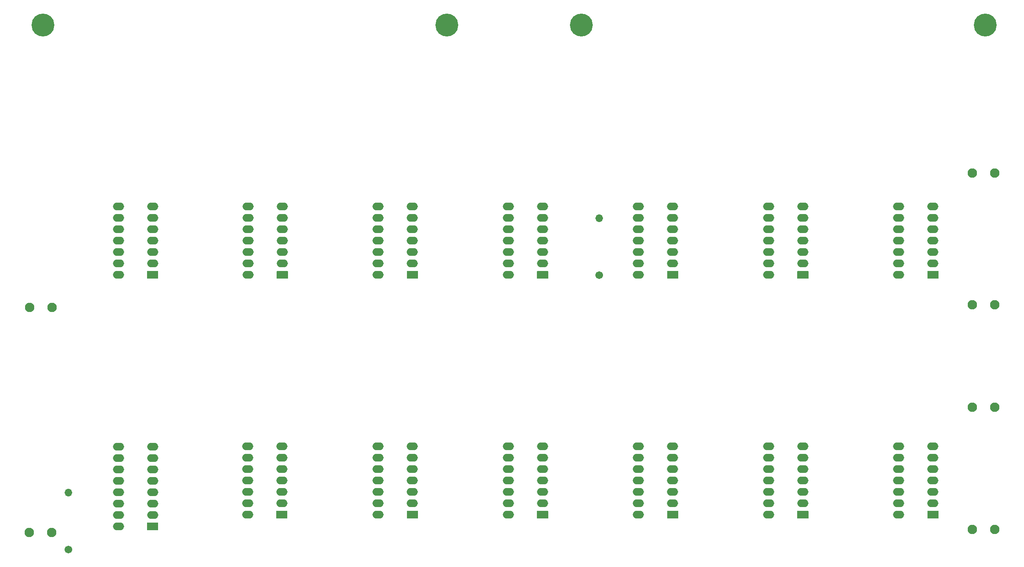
<source format=gbr>
G04 #@! TF.GenerationSoftware,KiCad,Pcbnew,(5.1.10-1-10_14)*
G04 #@! TF.CreationDate,2022-02-06T21:24:09+11:00*
G04 #@! TF.ProjectId,educ 8 decoder,65647563-2038-4206-9465-636f6465722e,rev?*
G04 #@! TF.SameCoordinates,Original*
G04 #@! TF.FileFunction,Soldermask,Top*
G04 #@! TF.FilePolarity,Negative*
%FSLAX46Y46*%
G04 Gerber Fmt 4.6, Leading zero omitted, Abs format (unit mm)*
G04 Created by KiCad (PCBNEW (5.1.10-1-10_14)) date 2022-02-06 21:24:09*
%MOMM*%
%LPD*%
G01*
G04 APERTURE LIST*
%ADD10C,5.102000*%
%ADD11O,2.502000X1.702000*%
%ADD12O,1.702000X1.702000*%
%ADD13C,1.702000*%
%ADD14C,2.102000*%
G04 APERTURE END LIST*
D10*
X265000000Y-93000000D03*
X175000000Y-93000000D03*
X145000000Y-93000000D03*
X55000000Y-93000000D03*
D11*
X129700000Y-148740000D03*
X137320000Y-133500000D03*
X129700000Y-146200000D03*
X137320000Y-136040000D03*
X129700000Y-143660000D03*
X137320000Y-138580000D03*
X129700000Y-141120000D03*
X137320000Y-141120000D03*
X129700000Y-138580000D03*
X137320000Y-143660000D03*
X129700000Y-136040000D03*
X137320000Y-146200000D03*
X129700000Y-133500000D03*
G36*
G01*
X138571000Y-147940000D02*
X138571000Y-149540000D01*
G75*
G02*
X138520000Y-149591000I-51000J0D01*
G01*
X136120000Y-149591000D01*
G75*
G02*
X136069000Y-149540000I0J51000D01*
G01*
X136069000Y-147940000D01*
G75*
G02*
X136120000Y-147889000I51000J0D01*
G01*
X138520000Y-147889000D01*
G75*
G02*
X138571000Y-147940000I0J-51000D01*
G01*
G37*
D12*
X60626800Y-197342000D03*
D13*
X60626800Y-210042000D03*
D11*
X100700000Y-148740000D03*
X108320000Y-133500000D03*
X100700000Y-146200000D03*
X108320000Y-136040000D03*
X100700000Y-143660000D03*
X108320000Y-138580000D03*
X100700000Y-141120000D03*
X108320000Y-141120000D03*
X100700000Y-138580000D03*
X108320000Y-143660000D03*
X100700000Y-136040000D03*
X108320000Y-146200000D03*
X100700000Y-133500000D03*
G36*
G01*
X109571000Y-147940000D02*
X109571000Y-149540000D01*
G75*
G02*
X109520000Y-149591000I-51000J0D01*
G01*
X107120000Y-149591000D01*
G75*
G02*
X107069000Y-149540000I0J51000D01*
G01*
X107069000Y-147940000D01*
G75*
G02*
X107120000Y-147889000I51000J0D01*
G01*
X109520000Y-147889000D01*
G75*
G02*
X109571000Y-147940000I0J-51000D01*
G01*
G37*
D12*
X178905000Y-136081000D03*
D13*
X178905000Y-148781000D03*
D14*
X267090000Y-205550000D03*
X262090000Y-205550000D03*
X267090000Y-178245000D03*
X262090000Y-178245000D03*
X51985000Y-156020000D03*
X56985000Y-156020000D03*
X51905000Y-206185000D03*
X56905000Y-206185000D03*
X267090000Y-155385000D03*
X262090000Y-155385000D03*
X267090000Y-126000000D03*
X262090000Y-126000000D03*
D11*
X71800000Y-148740000D03*
X79420000Y-133500000D03*
X71800000Y-146200000D03*
X79420000Y-136040000D03*
X71800000Y-143660000D03*
X79420000Y-138580000D03*
X71800000Y-141120000D03*
X79420000Y-141120000D03*
X71800000Y-138580000D03*
X79420000Y-143660000D03*
X71800000Y-136040000D03*
X79420000Y-146200000D03*
X71800000Y-133500000D03*
G36*
G01*
X80671000Y-147940000D02*
X80671000Y-149540000D01*
G75*
G02*
X80620000Y-149591000I-51000J0D01*
G01*
X78220000Y-149591000D01*
G75*
G02*
X78169000Y-149540000I0J51000D01*
G01*
X78169000Y-147940000D01*
G75*
G02*
X78220000Y-147889000I51000J0D01*
G01*
X80620000Y-147889000D01*
G75*
G02*
X80671000Y-147940000I0J-51000D01*
G01*
G37*
X158700000Y-148740000D03*
X166320000Y-133500000D03*
X158700000Y-146200000D03*
X166320000Y-136040000D03*
X158700000Y-143660000D03*
X166320000Y-138580000D03*
X158700000Y-141120000D03*
X166320000Y-141120000D03*
X158700000Y-138580000D03*
X166320000Y-143660000D03*
X158700000Y-136040000D03*
X166320000Y-146200000D03*
X158700000Y-133500000D03*
G36*
G01*
X167571000Y-147940000D02*
X167571000Y-149540000D01*
G75*
G02*
X167520000Y-149591000I-51000J0D01*
G01*
X165120000Y-149591000D01*
G75*
G02*
X165069000Y-149540000I0J51000D01*
G01*
X165069000Y-147940000D01*
G75*
G02*
X165120000Y-147889000I51000J0D01*
G01*
X167520000Y-147889000D01*
G75*
G02*
X167571000Y-147940000I0J-51000D01*
G01*
G37*
X187700000Y-148740000D03*
X195320000Y-133500000D03*
X187700000Y-146200000D03*
X195320000Y-136040000D03*
X187700000Y-143660000D03*
X195320000Y-138580000D03*
X187700000Y-141120000D03*
X195320000Y-141120000D03*
X187700000Y-138580000D03*
X195320000Y-143660000D03*
X187700000Y-136040000D03*
X195320000Y-146200000D03*
X187700000Y-133500000D03*
G36*
G01*
X196571000Y-147940000D02*
X196571000Y-149540000D01*
G75*
G02*
X196520000Y-149591000I-51000J0D01*
G01*
X194120000Y-149591000D01*
G75*
G02*
X194069000Y-149540000I0J51000D01*
G01*
X194069000Y-147940000D01*
G75*
G02*
X194120000Y-147889000I51000J0D01*
G01*
X196520000Y-147889000D01*
G75*
G02*
X196571000Y-147940000I0J-51000D01*
G01*
G37*
X216700000Y-148740000D03*
X224320000Y-133500000D03*
X216700000Y-146200000D03*
X224320000Y-136040000D03*
X216700000Y-143660000D03*
X224320000Y-138580000D03*
X216700000Y-141120000D03*
X224320000Y-141120000D03*
X216700000Y-138580000D03*
X224320000Y-143660000D03*
X216700000Y-136040000D03*
X224320000Y-146200000D03*
X216700000Y-133500000D03*
G36*
G01*
X225571000Y-147940000D02*
X225571000Y-149540000D01*
G75*
G02*
X225520000Y-149591000I-51000J0D01*
G01*
X223120000Y-149591000D01*
G75*
G02*
X223069000Y-149540000I0J51000D01*
G01*
X223069000Y-147940000D01*
G75*
G02*
X223120000Y-147889000I51000J0D01*
G01*
X225520000Y-147889000D01*
G75*
G02*
X225571000Y-147940000I0J-51000D01*
G01*
G37*
X245700000Y-148740000D03*
X253320000Y-133500000D03*
X245700000Y-146200000D03*
X253320000Y-136040000D03*
X245700000Y-143660000D03*
X253320000Y-138580000D03*
X245700000Y-141120000D03*
X253320000Y-141120000D03*
X245700000Y-138580000D03*
X253320000Y-143660000D03*
X245700000Y-136040000D03*
X253320000Y-146200000D03*
X245700000Y-133500000D03*
G36*
G01*
X254571000Y-147940000D02*
X254571000Y-149540000D01*
G75*
G02*
X254520000Y-149591000I-51000J0D01*
G01*
X252120000Y-149591000D01*
G75*
G02*
X252069000Y-149540000I0J51000D01*
G01*
X252069000Y-147940000D01*
G75*
G02*
X252120000Y-147889000I51000J0D01*
G01*
X254520000Y-147889000D01*
G75*
G02*
X254571000Y-147940000I0J-51000D01*
G01*
G37*
X71800000Y-204880000D03*
X79420000Y-187100000D03*
X71800000Y-202340000D03*
X79420000Y-189640000D03*
X71800000Y-199800000D03*
X79420000Y-192180000D03*
X71800000Y-197260000D03*
X79420000Y-194720000D03*
X71800000Y-194720000D03*
X79420000Y-197260000D03*
X71800000Y-192180000D03*
X79420000Y-199800000D03*
X71800000Y-189640000D03*
X79420000Y-202340000D03*
X71800000Y-187100000D03*
G36*
G01*
X80671000Y-204080000D02*
X80671000Y-205680000D01*
G75*
G02*
X80620000Y-205731000I-51000J0D01*
G01*
X78220000Y-205731000D01*
G75*
G02*
X78169000Y-205680000I0J51000D01*
G01*
X78169000Y-204080000D01*
G75*
G02*
X78220000Y-204029000I51000J0D01*
G01*
X80620000Y-204029000D01*
G75*
G02*
X80671000Y-204080000I0J-51000D01*
G01*
G37*
X100600000Y-202240000D03*
X108220000Y-187000000D03*
X100600000Y-199700000D03*
X108220000Y-189540000D03*
X100600000Y-197160000D03*
X108220000Y-192080000D03*
X100600000Y-194620000D03*
X108220000Y-194620000D03*
X100600000Y-192080000D03*
X108220000Y-197160000D03*
X100600000Y-189540000D03*
X108220000Y-199700000D03*
X100600000Y-187000000D03*
G36*
G01*
X109471000Y-201440000D02*
X109471000Y-203040000D01*
G75*
G02*
X109420000Y-203091000I-51000J0D01*
G01*
X107020000Y-203091000D01*
G75*
G02*
X106969000Y-203040000I0J51000D01*
G01*
X106969000Y-201440000D01*
G75*
G02*
X107020000Y-201389000I51000J0D01*
G01*
X109420000Y-201389000D01*
G75*
G02*
X109471000Y-201440000I0J-51000D01*
G01*
G37*
X129700000Y-202240000D03*
X137320000Y-187000000D03*
X129700000Y-199700000D03*
X137320000Y-189540000D03*
X129700000Y-197160000D03*
X137320000Y-192080000D03*
X129700000Y-194620000D03*
X137320000Y-194620000D03*
X129700000Y-192080000D03*
X137320000Y-197160000D03*
X129700000Y-189540000D03*
X137320000Y-199700000D03*
X129700000Y-187000000D03*
G36*
G01*
X138571000Y-201440000D02*
X138571000Y-203040000D01*
G75*
G02*
X138520000Y-203091000I-51000J0D01*
G01*
X136120000Y-203091000D01*
G75*
G02*
X136069000Y-203040000I0J51000D01*
G01*
X136069000Y-201440000D01*
G75*
G02*
X136120000Y-201389000I51000J0D01*
G01*
X138520000Y-201389000D01*
G75*
G02*
X138571000Y-201440000I0J-51000D01*
G01*
G37*
X158700000Y-202240000D03*
X166320000Y-187000000D03*
X158700000Y-199700000D03*
X166320000Y-189540000D03*
X158700000Y-197160000D03*
X166320000Y-192080000D03*
X158700000Y-194620000D03*
X166320000Y-194620000D03*
X158700000Y-192080000D03*
X166320000Y-197160000D03*
X158700000Y-189540000D03*
X166320000Y-199700000D03*
X158700000Y-187000000D03*
G36*
G01*
X167571000Y-201440000D02*
X167571000Y-203040000D01*
G75*
G02*
X167520000Y-203091000I-51000J0D01*
G01*
X165120000Y-203091000D01*
G75*
G02*
X165069000Y-203040000I0J51000D01*
G01*
X165069000Y-201440000D01*
G75*
G02*
X165120000Y-201389000I51000J0D01*
G01*
X167520000Y-201389000D01*
G75*
G02*
X167571000Y-201440000I0J-51000D01*
G01*
G37*
X187700000Y-202240000D03*
X195320000Y-187000000D03*
X187700000Y-199700000D03*
X195320000Y-189540000D03*
X187700000Y-197160000D03*
X195320000Y-192080000D03*
X187700000Y-194620000D03*
X195320000Y-194620000D03*
X187700000Y-192080000D03*
X195320000Y-197160000D03*
X187700000Y-189540000D03*
X195320000Y-199700000D03*
X187700000Y-187000000D03*
G36*
G01*
X196571000Y-201440000D02*
X196571000Y-203040000D01*
G75*
G02*
X196520000Y-203091000I-51000J0D01*
G01*
X194120000Y-203091000D01*
G75*
G02*
X194069000Y-203040000I0J51000D01*
G01*
X194069000Y-201440000D01*
G75*
G02*
X194120000Y-201389000I51000J0D01*
G01*
X196520000Y-201389000D01*
G75*
G02*
X196571000Y-201440000I0J-51000D01*
G01*
G37*
X216700000Y-202240000D03*
X224320000Y-187000000D03*
X216700000Y-199700000D03*
X224320000Y-189540000D03*
X216700000Y-197160000D03*
X224320000Y-192080000D03*
X216700000Y-194620000D03*
X224320000Y-194620000D03*
X216700000Y-192080000D03*
X224320000Y-197160000D03*
X216700000Y-189540000D03*
X224320000Y-199700000D03*
X216700000Y-187000000D03*
G36*
G01*
X225571000Y-201440000D02*
X225571000Y-203040000D01*
G75*
G02*
X225520000Y-203091000I-51000J0D01*
G01*
X223120000Y-203091000D01*
G75*
G02*
X223069000Y-203040000I0J51000D01*
G01*
X223069000Y-201440000D01*
G75*
G02*
X223120000Y-201389000I51000J0D01*
G01*
X225520000Y-201389000D01*
G75*
G02*
X225571000Y-201440000I0J-51000D01*
G01*
G37*
X245700000Y-202240000D03*
X253320000Y-187000000D03*
X245700000Y-199700000D03*
X253320000Y-189540000D03*
X245700000Y-197160000D03*
X253320000Y-192080000D03*
X245700000Y-194620000D03*
X253320000Y-194620000D03*
X245700000Y-192080000D03*
X253320000Y-197160000D03*
X245700000Y-189540000D03*
X253320000Y-199700000D03*
X245700000Y-187000000D03*
G36*
G01*
X254571000Y-201440000D02*
X254571000Y-203040000D01*
G75*
G02*
X254520000Y-203091000I-51000J0D01*
G01*
X252120000Y-203091000D01*
G75*
G02*
X252069000Y-203040000I0J51000D01*
G01*
X252069000Y-201440000D01*
G75*
G02*
X252120000Y-201389000I51000J0D01*
G01*
X254520000Y-201389000D01*
G75*
G02*
X254571000Y-201440000I0J-51000D01*
G01*
G37*
M02*

</source>
